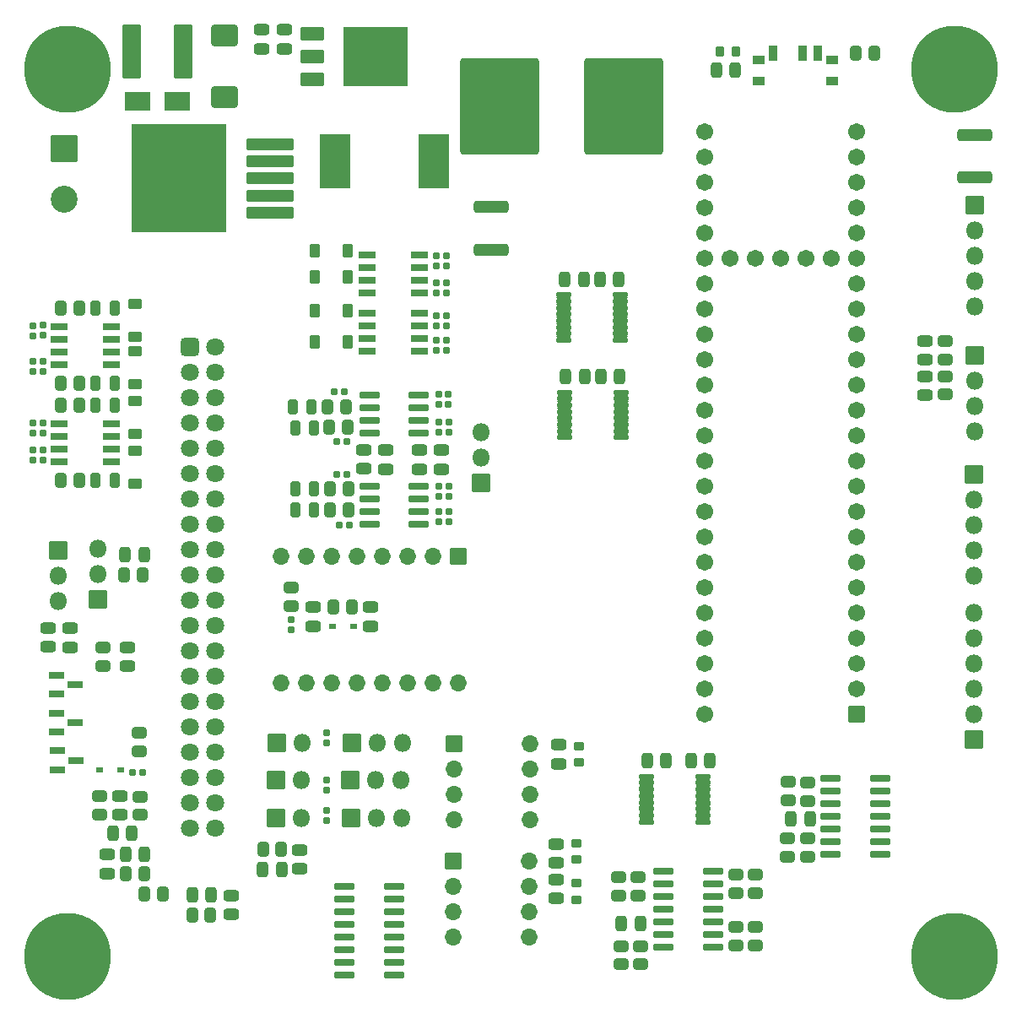
<source format=gts>
G04 #@! TF.GenerationSoftware,KiCad,Pcbnew,(6.0.10)*
G04 #@! TF.CreationDate,2023-01-06T16:52:41+01:00*
G04 #@! TF.ProjectId,perfectV2.1v0,70657266-6563-4745-9632-2e3176302e6b,5*
G04 #@! TF.SameCoordinates,Original*
G04 #@! TF.FileFunction,Soldermask,Top*
G04 #@! TF.FilePolarity,Negative*
%FSLAX46Y46*%
G04 Gerber Fmt 4.6, Leading zero omitted, Abs format (unit mm)*
G04 Created by KiCad (PCBNEW (6.0.10)) date 2023-01-06 16:52:41*
%MOMM*%
%LPD*%
G01*
G04 APERTURE LIST*
G04 Aperture macros list*
%AMRoundRect*
0 Rectangle with rounded corners*
0 $1 Rounding radius*
0 $2 $3 $4 $5 $6 $7 $8 $9 X,Y pos of 4 corners*
0 Add a 4 corners polygon primitive as box body*
4,1,4,$2,$3,$4,$5,$6,$7,$8,$9,$2,$3,0*
0 Add four circle primitives for the rounded corners*
1,1,$1+$1,$2,$3*
1,1,$1+$1,$4,$5*
1,1,$1+$1,$6,$7*
1,1,$1+$1,$8,$9*
0 Add four rect primitives between the rounded corners*
20,1,$1+$1,$2,$3,$4,$5,0*
20,1,$1+$1,$4,$5,$6,$7,0*
20,1,$1+$1,$6,$7,$8,$9,0*
20,1,$1+$1,$8,$9,$2,$3,0*%
G04 Aperture macros list end*
%ADD10O,1.702000X1.702000*%
%ADD11RoundRect,0.051000X-0.800000X0.800000X-0.800000X-0.800000X0.800000X-0.800000X0.800000X0.800000X0*%
%ADD12C,1.802000*%
%ADD13RoundRect,0.301000X-0.600000X-0.600000X0.600000X-0.600000X0.600000X0.600000X-0.600000X0.600000X0*%
%ADD14RoundRect,0.294750X0.243750X0.456250X-0.243750X0.456250X-0.243750X-0.456250X0.243750X-0.456250X0*%
%ADD15RoundRect,0.301000X-0.475000X0.250000X-0.475000X-0.250000X0.475000X-0.250000X0.475000X0.250000X0*%
%ADD16RoundRect,0.051000X-1.100000X-0.600000X1.100000X-0.600000X1.100000X0.600000X-1.100000X0.600000X0*%
%ADD17RoundRect,0.051000X-3.200000X-2.900000X3.200000X-2.900000X3.200000X2.900000X-3.200000X2.900000X0*%
%ADD18RoundRect,0.051000X0.850000X-0.850000X0.850000X0.850000X-0.850000X0.850000X-0.850000X-0.850000X0*%
%ADD19O,1.802000X1.802000*%
%ADD20RoundRect,0.051000X-0.450000X-0.600000X0.450000X-0.600000X0.450000X0.600000X-0.450000X0.600000X0*%
%ADD21RoundRect,0.186000X-0.185000X0.135000X-0.185000X-0.135000X0.185000X-0.135000X0.185000X0.135000X0*%
%ADD22RoundRect,0.051000X0.800000X-0.800000X0.800000X0.800000X-0.800000X0.800000X-0.800000X-0.800000X0*%
%ADD23C,1.702000*%
%ADD24RoundRect,0.201000X0.825000X0.150000X-0.825000X0.150000X-0.825000X-0.150000X0.825000X-0.150000X0*%
%ADD25RoundRect,0.301000X0.475000X-0.250000X0.475000X0.250000X-0.475000X0.250000X-0.475000X-0.250000X0*%
%ADD26RoundRect,0.301000X0.262500X0.450000X-0.262500X0.450000X-0.262500X-0.450000X0.262500X-0.450000X0*%
%ADD27RoundRect,0.051000X-1.300000X1.300000X-1.300000X-1.300000X1.300000X-1.300000X1.300000X1.300000X0*%
%ADD28C,2.702000*%
%ADD29RoundRect,0.294750X-0.243750X-0.456250X0.243750X-0.456250X0.243750X0.456250X-0.243750X0.456250X0*%
%ADD30RoundRect,0.151000X-0.637500X-0.100000X0.637500X-0.100000X0.637500X0.100000X-0.637500X0.100000X0*%
%ADD31RoundRect,0.051000X0.300000X0.225000X-0.300000X0.225000X-0.300000X-0.225000X0.300000X-0.225000X0*%
%ADD32RoundRect,0.186000X0.185000X-0.135000X0.185000X0.135000X-0.185000X0.135000X-0.185000X-0.135000X0*%
%ADD33RoundRect,0.051000X0.850000X0.850000X-0.850000X0.850000X-0.850000X-0.850000X0.850000X-0.850000X0*%
%ADD34RoundRect,0.251000X-0.275000X0.200000X-0.275000X-0.200000X0.275000X-0.200000X0.275000X0.200000X0*%
%ADD35RoundRect,0.301000X0.450000X-0.262500X0.450000X0.262500X-0.450000X0.262500X-0.450000X-0.262500X0*%
%ADD36RoundRect,0.201000X-0.825000X-0.150000X0.825000X-0.150000X0.825000X0.150000X-0.825000X0.150000X0*%
%ADD37RoundRect,0.301000X-0.650000X-2.450000X0.650000X-2.450000X0.650000X2.450000X-0.650000X2.450000X0*%
%ADD38RoundRect,0.301000X-0.450000X0.262500X-0.450000X-0.262500X0.450000X-0.262500X0.450000X0.262500X0*%
%ADD39RoundRect,0.201000X-0.675000X-0.150000X0.675000X-0.150000X0.675000X0.150000X-0.675000X0.150000X0*%
%ADD40RoundRect,0.301000X-0.250000X-0.475000X0.250000X-0.475000X0.250000X0.475000X-0.250000X0.475000X0*%
%ADD41RoundRect,0.251000X0.200000X0.275000X-0.200000X0.275000X-0.200000X-0.275000X0.200000X-0.275000X0*%
%ADD42RoundRect,0.051000X0.600000X-0.450000X0.600000X0.450000X-0.600000X0.450000X-0.600000X-0.450000X0*%
%ADD43RoundRect,0.186000X-0.135000X-0.185000X0.135000X-0.185000X0.135000X0.185000X-0.135000X0.185000X0*%
%ADD44RoundRect,0.051000X-0.800000X-0.800000X0.800000X-0.800000X0.800000X0.800000X-0.800000X0.800000X0*%
%ADD45C,8.702000*%
%ADD46RoundRect,0.051000X-1.450000X-2.700000X1.450000X-2.700000X1.450000X2.700000X-1.450000X2.700000X0*%
%ADD47RoundRect,0.301000X-0.262500X-0.450000X0.262500X-0.450000X0.262500X0.450000X-0.262500X0.450000X0*%
%ADD48RoundRect,0.186000X0.135000X0.185000X-0.135000X0.185000X-0.135000X-0.185000X0.135000X-0.185000X0*%
%ADD49RoundRect,0.301000X0.250000X0.475000X-0.250000X0.475000X-0.250000X-0.475000X0.250000X-0.475000X0*%
%ADD50RoundRect,0.301000X-1.450000X0.312500X-1.450000X-0.312500X1.450000X-0.312500X1.450000X0.312500X0*%
%ADD51RoundRect,0.301000X1.025000X-0.787500X1.025000X0.787500X-1.025000X0.787500X-1.025000X-0.787500X0*%
%ADD52RoundRect,0.051000X1.250000X0.900000X-1.250000X0.900000X-1.250000X-0.900000X1.250000X-0.900000X0*%
%ADD53RoundRect,0.051000X-0.600000X0.450000X-0.600000X-0.450000X0.600000X-0.450000X0.600000X0.450000X0*%
%ADD54RoundRect,0.300998X-3.650002X-4.550002X3.650002X-4.550002X3.650002X4.550002X-3.650002X4.550002X0*%
%ADD55RoundRect,0.051000X2.300000X0.550000X-2.300000X0.550000X-2.300000X-0.550000X2.300000X-0.550000X0*%
%ADD56RoundRect,0.051000X4.700000X5.400000X-4.700000X5.400000X-4.700000X-5.400000X4.700000X-5.400000X0*%
%ADD57C,0.103000*%
%ADD58RoundRect,0.051000X-0.350000X-0.750000X0.350000X-0.750000X0.350000X0.750000X-0.350000X0.750000X0*%
%ADD59RoundRect,0.051000X0.500000X-0.400000X0.500000X0.400000X-0.500000X0.400000X-0.500000X-0.400000X0*%
%ADD60RoundRect,0.201000X-0.587500X-0.150000X0.587500X-0.150000X0.587500X0.150000X-0.587500X0.150000X0*%
%ADD61RoundRect,0.051000X-0.850000X-0.850000X0.850000X-0.850000X0.850000X0.850000X-0.850000X0.850000X0*%
%ADD62RoundRect,0.201000X0.675000X0.150000X-0.675000X0.150000X-0.675000X-0.150000X0.675000X-0.150000X0*%
%ADD63RoundRect,0.251000X0.275000X-0.200000X0.275000X0.200000X-0.275000X0.200000X-0.275000X-0.200000X0*%
%ADD64RoundRect,0.301000X1.450000X-0.312500X1.450000X0.312500X-1.450000X0.312500X-1.450000X-0.312500X0*%
G04 APERTURE END LIST*
D10*
X92140000Y-143860000D03*
X89600000Y-143860000D03*
X87060000Y-143860000D03*
X84520000Y-143860000D03*
X81980000Y-143860000D03*
X79440000Y-143860000D03*
X76900000Y-143860000D03*
X74360000Y-143860000D03*
X74360000Y-131160000D03*
X76900000Y-131160000D03*
X79440000Y-131160000D03*
X81980000Y-131160000D03*
X84520000Y-131160000D03*
X87060000Y-131160000D03*
X89600000Y-131160000D03*
D11*
X92140000Y-131160000D03*
D12*
X67787500Y-158380000D03*
X65247500Y-158380000D03*
X67787500Y-155840000D03*
X65247500Y-155840000D03*
X67787500Y-153300000D03*
X65247500Y-153300000D03*
X67787500Y-150760000D03*
X65247500Y-150760000D03*
X67787500Y-148220000D03*
X65247500Y-148220000D03*
X67787500Y-145680000D03*
X65247500Y-145680000D03*
X67787500Y-143140000D03*
X65247500Y-143140000D03*
X67787500Y-140600000D03*
X65247500Y-140600000D03*
X67787500Y-138060000D03*
X65247500Y-138060000D03*
X67787500Y-135520000D03*
X65247500Y-135520000D03*
X67787500Y-132980000D03*
X65247500Y-132980000D03*
X67787500Y-130440000D03*
X65247500Y-130440000D03*
X67787500Y-127900000D03*
X65247500Y-127900000D03*
X67787500Y-125360000D03*
X65247500Y-125360000D03*
X67787500Y-122820000D03*
X65247500Y-122820000D03*
X67787500Y-120280000D03*
X65247500Y-120280000D03*
X67787500Y-117740000D03*
X65247500Y-117740000D03*
X67787500Y-115200000D03*
X65247500Y-115200000D03*
X67787500Y-112660000D03*
X65247500Y-112660000D03*
X67787500Y-110120000D03*
D13*
X65247500Y-110120000D03*
D14*
X57687500Y-123500000D03*
X55812500Y-123500000D03*
D15*
X76250000Y-160600000D03*
X76250000Y-162500000D03*
D16*
X77550000Y-78720000D03*
X77550000Y-81000000D03*
X77550000Y-83280000D03*
D17*
X83850000Y-81000000D03*
D18*
X81475000Y-149850000D03*
D19*
X84015000Y-149850000D03*
X86555000Y-149850000D03*
D20*
X77800000Y-109600000D03*
X81100000Y-109600000D03*
D21*
X90238750Y-126645000D03*
X90238750Y-127665000D03*
D22*
X132120000Y-146975000D03*
D23*
X132120000Y-144435000D03*
X132120000Y-141895000D03*
X132120000Y-139355000D03*
X132120000Y-136815000D03*
X132120000Y-134275000D03*
X132120000Y-131735000D03*
X132120000Y-129195000D03*
X132120000Y-126655000D03*
X132120000Y-124115000D03*
X132120000Y-121575000D03*
X132120000Y-119035000D03*
X132120000Y-116495000D03*
X132120000Y-113955000D03*
X132120000Y-111415000D03*
X132120000Y-108875000D03*
X132120000Y-106335000D03*
X132120000Y-103795000D03*
X132120000Y-101255000D03*
X132120000Y-98715000D03*
X132120000Y-96175000D03*
X132120000Y-93635000D03*
X132120000Y-91095000D03*
X132120000Y-88555000D03*
X116880000Y-88555000D03*
X116880000Y-91095000D03*
X116880000Y-93635000D03*
X116880000Y-96175000D03*
X116880000Y-98715000D03*
X116880000Y-101255000D03*
X116880000Y-103795000D03*
X116880000Y-106335000D03*
X116880000Y-108875000D03*
X116880000Y-111415000D03*
X116880000Y-113955000D03*
X116880000Y-116495000D03*
X116880000Y-119035000D03*
X116880000Y-121575000D03*
X116880000Y-124115000D03*
X116880000Y-126655000D03*
X116880000Y-129195000D03*
X116880000Y-131735000D03*
X116880000Y-134275000D03*
X116880000Y-136815000D03*
X116880000Y-139355000D03*
X116880000Y-141895000D03*
X116880000Y-144435000D03*
X116880000Y-146975000D03*
X129580000Y-101255000D03*
X127040000Y-101255000D03*
X124500000Y-101255000D03*
X121960000Y-101255000D03*
X119420000Y-101255000D03*
D24*
X88213750Y-118760000D03*
X88213750Y-117490000D03*
X88213750Y-116220000D03*
X88213750Y-114950000D03*
X83263750Y-114950000D03*
X83263750Y-116220000D03*
X83263750Y-117490000D03*
X83263750Y-118760000D03*
D25*
X51000000Y-140200000D03*
X51000000Y-138300000D03*
D18*
X73920000Y-153600000D03*
D19*
X76460000Y-153600000D03*
D26*
X54162500Y-123500000D03*
X52337500Y-123500000D03*
D27*
X52645000Y-90250000D03*
D28*
X52645000Y-95330000D03*
D29*
X75801250Y-118300000D03*
X77676250Y-118300000D03*
D30*
X108462500Y-104925000D03*
X108462500Y-105575000D03*
X108462500Y-106225000D03*
X108462500Y-106875000D03*
X108462500Y-107525000D03*
X108462500Y-108175000D03*
X108462500Y-108825000D03*
X108462500Y-109475000D03*
X102737500Y-109475000D03*
X102737500Y-108825000D03*
X102737500Y-108175000D03*
X102737500Y-107525000D03*
X102737500Y-106875000D03*
X102737500Y-106225000D03*
X102737500Y-105575000D03*
X102737500Y-104925000D03*
D31*
X81650000Y-138200000D03*
X79550000Y-138200000D03*
D25*
X102250000Y-151950000D03*
X102250000Y-150050000D03*
D14*
X57687500Y-106250000D03*
X55812500Y-106250000D03*
D32*
X49500000Y-118760000D03*
X49500000Y-117740000D03*
D33*
X143900000Y-149550000D03*
D19*
X143900000Y-147010000D03*
X143900000Y-144470000D03*
X143900000Y-141930000D03*
X143900000Y-139390000D03*
X143900000Y-136850000D03*
D34*
X104250000Y-150175000D03*
X104250000Y-151825000D03*
D26*
X80901250Y-116155000D03*
X79076250Y-116155000D03*
D35*
X110500000Y-172075000D03*
X110500000Y-170250000D03*
D36*
X117725000Y-162690000D03*
X117725000Y-163960000D03*
X117725000Y-165230000D03*
X117725000Y-166500000D03*
X117725000Y-167770000D03*
X117725000Y-169040000D03*
X117725000Y-170310000D03*
X112775000Y-170310000D03*
X112775000Y-169040000D03*
X112775000Y-167770000D03*
X112775000Y-166500000D03*
X112775000Y-165230000D03*
X112775000Y-163960000D03*
X112775000Y-162690000D03*
D32*
X90238750Y-125165000D03*
X90238750Y-124145000D03*
D26*
X79326250Y-126525000D03*
X81151250Y-126525000D03*
D37*
X64550000Y-80500000D03*
X59450000Y-80500000D03*
D38*
X120000000Y-163087500D03*
X120000000Y-164912500D03*
X127250000Y-153837500D03*
X127250000Y-155662500D03*
D35*
X60250000Y-157062500D03*
X60250000Y-155237500D03*
D39*
X52125000Y-108095000D03*
X52125000Y-109365000D03*
X52125000Y-110635000D03*
X52125000Y-111905000D03*
X57375000Y-111905000D03*
X57375000Y-110635000D03*
X57375000Y-109365000D03*
X57375000Y-108095000D03*
D40*
X58750000Y-131000000D03*
X60650000Y-131000000D03*
D15*
X83400000Y-136250000D03*
X83400000Y-138150000D03*
D41*
X120050000Y-80500000D03*
X118400000Y-80500000D03*
D40*
X72550000Y-162550000D03*
X74450000Y-162550000D03*
D18*
X73915000Y-157350000D03*
D19*
X76455000Y-157350000D03*
D42*
X59750000Y-109150000D03*
X59750000Y-105850000D03*
D32*
X49500000Y-109010000D03*
X49500000Y-107990000D03*
X91238750Y-118665000D03*
X91238750Y-117645000D03*
D21*
X90238750Y-117645000D03*
X90238750Y-118665000D03*
D32*
X91000000Y-102010000D03*
X91000000Y-100990000D03*
D38*
X122000000Y-168337500D03*
X122000000Y-170162500D03*
D43*
X79978750Y-119655000D03*
X80998750Y-119655000D03*
D36*
X80775000Y-164255000D03*
X80775000Y-165525000D03*
X80775000Y-166795000D03*
X80775000Y-168065000D03*
X80775000Y-169335000D03*
X80775000Y-170605000D03*
X80775000Y-171875000D03*
X80775000Y-173145000D03*
X85725000Y-173145000D03*
X85725000Y-171875000D03*
X85725000Y-170605000D03*
X85725000Y-169335000D03*
X85725000Y-168065000D03*
X85725000Y-166795000D03*
X85725000Y-165525000D03*
X85725000Y-164255000D03*
D26*
X54162500Y-116000000D03*
X52337500Y-116000000D03*
D32*
X91000000Y-108000000D03*
X91000000Y-106980000D03*
D44*
X91750000Y-149950000D03*
D10*
X91750000Y-152490000D03*
X91750000Y-155030000D03*
X91750000Y-157570000D03*
X99370000Y-157570000D03*
X99370000Y-155030000D03*
X99370000Y-152490000D03*
X99370000Y-149950000D03*
D32*
X91238750Y-125165000D03*
X91238750Y-124145000D03*
X90200000Y-115910000D03*
X90200000Y-114890000D03*
D14*
X57687500Y-113750000D03*
X55812500Y-113750000D03*
D32*
X78975000Y-149860000D03*
X78975000Y-148840000D03*
D29*
X75801250Y-124405000D03*
X77676250Y-124405000D03*
D26*
X74412500Y-160550000D03*
X72587500Y-160550000D03*
D32*
X91000000Y-104760000D03*
X91000000Y-103740000D03*
D33*
X56000000Y-135500000D03*
D19*
X56000000Y-132960000D03*
X56000000Y-130420000D03*
D32*
X91200000Y-115910000D03*
X91200000Y-114890000D03*
D45*
X53000000Y-171250000D03*
D46*
X89742500Y-91500000D03*
X79842500Y-91500000D03*
D47*
X132087500Y-80700000D03*
X133912500Y-80700000D03*
D48*
X60550000Y-152800000D03*
X59530000Y-152800000D03*
D21*
X50500000Y-111590000D03*
X50500000Y-112610000D03*
D25*
X82688750Y-122355000D03*
X82688750Y-120455000D03*
D42*
X59750000Y-118900000D03*
X59750000Y-115600000D03*
D20*
X77800000Y-103100000D03*
X81100000Y-103100000D03*
D26*
X81512500Y-136200000D03*
X79687500Y-136200000D03*
D44*
X91650000Y-161700000D03*
D10*
X91650000Y-164240000D03*
X91650000Y-166780000D03*
X91650000Y-169320000D03*
X99270000Y-169320000D03*
X99270000Y-166780000D03*
X99270000Y-164240000D03*
X99270000Y-161700000D03*
D49*
X127450000Y-157500000D03*
X125550000Y-157500000D03*
D21*
X49500000Y-111590000D03*
X49500000Y-112610000D03*
D31*
X58300000Y-152600000D03*
X56200000Y-152600000D03*
D50*
X144000000Y-88862500D03*
X144000000Y-93137500D03*
D35*
X120000000Y-170162500D03*
X120000000Y-168337500D03*
D21*
X50500000Y-117730000D03*
X50500000Y-118750000D03*
D40*
X111150000Y-151600000D03*
X113050000Y-151600000D03*
D24*
X83263750Y-127960000D03*
X83263750Y-126690000D03*
X83263750Y-125420000D03*
X83263750Y-124150000D03*
X88213750Y-124150000D03*
X88213750Y-125420000D03*
X88213750Y-126690000D03*
X88213750Y-127960000D03*
D18*
X81365000Y-153600000D03*
D19*
X83905000Y-153600000D03*
X86445000Y-153600000D03*
D51*
X68705000Y-78887500D03*
X68705000Y-85112500D03*
D21*
X50500000Y-107980000D03*
X50500000Y-109000000D03*
D29*
X75551250Y-116155000D03*
X77426250Y-116155000D03*
D52*
X64000000Y-85500000D03*
X60000000Y-85500000D03*
D35*
X56500000Y-142112500D03*
X56500000Y-140287500D03*
D49*
X59450000Y-158900000D03*
X57550000Y-158900000D03*
D47*
X58837500Y-163000000D03*
X60662500Y-163000000D03*
D45*
X142000000Y-82250000D03*
D35*
X108250000Y-165162500D03*
X108250000Y-163337500D03*
D38*
X125200000Y-159425000D03*
X125200000Y-161250000D03*
D25*
X84888750Y-122405000D03*
X84888750Y-120505000D03*
D21*
X90000000Y-109480000D03*
X90000000Y-110500000D03*
D53*
X59750000Y-120600000D03*
X59750000Y-123900000D03*
D43*
X79728750Y-114655000D03*
X80748750Y-114655000D03*
D32*
X90000000Y-102010000D03*
X90000000Y-100990000D03*
D38*
X110250000Y-163337500D03*
X110250000Y-165162500D03*
D15*
X88288750Y-120505000D03*
X88288750Y-122405000D03*
D25*
X69400000Y-165150000D03*
X69400000Y-167050000D03*
D26*
X54162500Y-113750000D03*
X52337500Y-113750000D03*
D35*
X122000000Y-164912500D03*
X122000000Y-163087500D03*
D15*
X77600000Y-136250000D03*
X77600000Y-138150000D03*
D26*
X79326250Y-124405000D03*
X81151250Y-124405000D03*
D25*
X74705000Y-80250000D03*
X74705000Y-78350000D03*
D15*
X102000000Y-165450000D03*
X102000000Y-163550000D03*
D54*
X96292500Y-86000000D03*
X108792500Y-86000000D03*
D15*
X58200000Y-155150000D03*
X58200000Y-157050000D03*
D32*
X91238750Y-127665000D03*
X91238750Y-126645000D03*
X75400000Y-138510000D03*
X75400000Y-137490000D03*
D49*
X117450000Y-151600000D03*
X115550000Y-151600000D03*
D35*
X60200000Y-150662500D03*
X60200000Y-148837500D03*
D49*
X119950000Y-82400000D03*
X118050000Y-82400000D03*
D20*
X77800000Y-106500000D03*
X81100000Y-106500000D03*
D38*
X141000000Y-113087500D03*
X141000000Y-114912500D03*
D40*
X102877500Y-103350000D03*
X104777500Y-103350000D03*
D25*
X57000000Y-162950000D03*
X57000000Y-161050000D03*
D55*
X73275000Y-96650000D03*
X73275000Y-94950000D03*
X73275000Y-93250000D03*
X73275000Y-91550000D03*
X73275000Y-89850000D03*
D56*
X64125000Y-93250000D03*
D57*
X127500000Y-82400000D03*
X124500000Y-82400000D03*
D58*
X123750000Y-80650000D03*
X126750000Y-80650000D03*
X128250000Y-80650000D03*
D59*
X122350000Y-81350000D03*
X122350000Y-83450000D03*
X129650000Y-83450000D03*
X129650000Y-81350000D03*
D38*
X108500000Y-170250000D03*
X108500000Y-172075000D03*
D34*
X104000000Y-159925000D03*
X104000000Y-161575000D03*
D60*
X51925000Y-150650000D03*
X51925000Y-152550000D03*
X53800000Y-151600000D03*
D40*
X65500000Y-165100000D03*
X67400000Y-165100000D03*
D61*
X144000000Y-95925000D03*
D19*
X144000000Y-98465000D03*
X144000000Y-101005000D03*
X144000000Y-103545000D03*
X144000000Y-106085000D03*
D49*
X60700000Y-161000000D03*
X58800000Y-161000000D03*
D18*
X73950000Y-149850000D03*
D19*
X76490000Y-149850000D03*
D35*
X127200000Y-161250000D03*
X127200000Y-159425000D03*
D29*
X75801250Y-126525000D03*
X77676250Y-126525000D03*
D15*
X139000000Y-109550000D03*
X139000000Y-111450000D03*
D26*
X67312500Y-167100000D03*
X65487500Y-167100000D03*
D62*
X88325000Y-104705000D03*
X88325000Y-103435000D03*
X88325000Y-102165000D03*
X88325000Y-100895000D03*
X83075000Y-100895000D03*
X83075000Y-102165000D03*
X83075000Y-103435000D03*
X83075000Y-104705000D03*
D14*
X57687500Y-116000000D03*
X55812500Y-116000000D03*
D62*
X88325000Y-110555000D03*
X88325000Y-109285000D03*
X88325000Y-108015000D03*
X88325000Y-106745000D03*
X83075000Y-106745000D03*
X83075000Y-108015000D03*
X83075000Y-109285000D03*
X83075000Y-110555000D03*
D47*
X58687500Y-133000000D03*
X60512500Y-133000000D03*
D21*
X78945000Y-153590000D03*
X78945000Y-154610000D03*
D61*
X144000000Y-110960000D03*
D19*
X144000000Y-113500000D03*
X144000000Y-116040000D03*
X144000000Y-118580000D03*
D21*
X50500000Y-120490000D03*
X50500000Y-121510000D03*
D32*
X90000000Y-108010000D03*
X90000000Y-106990000D03*
D25*
X72455000Y-80250000D03*
X72455000Y-78350000D03*
D43*
X80228750Y-128025000D03*
X81248750Y-128025000D03*
D21*
X49500000Y-121510000D03*
X49500000Y-120490000D03*
D25*
X102000000Y-161900000D03*
X102000000Y-160000000D03*
D45*
X53000000Y-82250000D03*
D20*
X77800000Y-100500000D03*
X81100000Y-100500000D03*
D15*
X90488750Y-120505000D03*
X90488750Y-122405000D03*
D63*
X104000000Y-165575000D03*
X104000000Y-163925000D03*
D30*
X102810000Y-114695000D03*
X102810000Y-115345000D03*
X102810000Y-115995000D03*
X102810000Y-116645000D03*
X102810000Y-117295000D03*
X102810000Y-117945000D03*
X102810000Y-118595000D03*
X102810000Y-119245000D03*
X108535000Y-119245000D03*
X108535000Y-118595000D03*
X108535000Y-117945000D03*
X108535000Y-117295000D03*
X108535000Y-116645000D03*
X108535000Y-115995000D03*
X108535000Y-115345000D03*
X108535000Y-114695000D03*
D36*
X129525000Y-153440000D03*
X129525000Y-154710000D03*
X129525000Y-155980000D03*
X129525000Y-157250000D03*
X129525000Y-158520000D03*
X129525000Y-159790000D03*
X129525000Y-161060000D03*
X134475000Y-161060000D03*
X134475000Y-159790000D03*
X134475000Y-158520000D03*
X134475000Y-157250000D03*
X134475000Y-155980000D03*
X134475000Y-154710000D03*
X134475000Y-153440000D03*
D61*
X52025000Y-130525000D03*
D19*
X52025000Y-133065000D03*
X52025000Y-135605000D03*
D26*
X54162500Y-106250000D03*
X52337500Y-106250000D03*
D18*
X81400000Y-157350000D03*
D19*
X83940000Y-157350000D03*
X86480000Y-157350000D03*
D47*
X60687500Y-165000000D03*
X62512500Y-165000000D03*
D25*
X139000000Y-115000000D03*
X139000000Y-113100000D03*
D30*
X111037500Y-153225000D03*
X111037500Y-153875000D03*
X111037500Y-154525000D03*
X111037500Y-155175000D03*
X111037500Y-155825000D03*
X111037500Y-156475000D03*
X111037500Y-157125000D03*
X111037500Y-157775000D03*
X116762500Y-157775000D03*
X116762500Y-157125000D03*
X116762500Y-156475000D03*
X116762500Y-155825000D03*
X116762500Y-155175000D03*
X116762500Y-154525000D03*
X116762500Y-153875000D03*
X116762500Y-153225000D03*
D38*
X56200000Y-155187500D03*
X56200000Y-157012500D03*
D25*
X53250000Y-140250000D03*
X53250000Y-138350000D03*
D49*
X108277500Y-103350000D03*
X106377500Y-103350000D03*
D45*
X142000000Y-171250000D03*
D35*
X125250000Y-155612500D03*
X125250000Y-153787500D03*
D33*
X94488750Y-123780000D03*
D19*
X94488750Y-121240000D03*
X94488750Y-118700000D03*
D21*
X78940000Y-156590000D03*
X78940000Y-157610000D03*
D32*
X91000000Y-110510000D03*
X91000000Y-109490000D03*
D38*
X141000000Y-109587500D03*
X141000000Y-111412500D03*
D53*
X59750000Y-110600000D03*
X59750000Y-113900000D03*
D49*
X108350000Y-113100000D03*
X106450000Y-113100000D03*
D64*
X95500000Y-100387500D03*
X95500000Y-96112500D03*
D60*
X51862500Y-143050000D03*
X51862500Y-144950000D03*
X53737500Y-144000000D03*
D39*
X52125000Y-117845000D03*
X52125000Y-119115000D03*
X52125000Y-120385000D03*
X52125000Y-121655000D03*
X57375000Y-121655000D03*
X57375000Y-120385000D03*
X57375000Y-119115000D03*
X57375000Y-117845000D03*
D35*
X75400000Y-136112500D03*
X75400000Y-134287500D03*
D60*
X51862500Y-146850000D03*
X51862500Y-148750000D03*
X53737500Y-147800000D03*
D43*
X79978750Y-122905000D03*
X80998750Y-122905000D03*
D15*
X59000000Y-140250000D03*
X59000000Y-142150000D03*
D61*
X143900000Y-122925000D03*
D19*
X143900000Y-125465000D03*
X143900000Y-128005000D03*
X143900000Y-130545000D03*
X143900000Y-133085000D03*
D49*
X110450000Y-168000000D03*
X108550000Y-168000000D03*
D21*
X90000000Y-103740000D03*
X90000000Y-104760000D03*
D40*
X102950000Y-113100000D03*
X104850000Y-113100000D03*
D26*
X81051250Y-118155000D03*
X79226250Y-118155000D03*
G36*
X111752587Y-157352477D02*
G01*
X111752126Y-157353891D01*
X111712803Y-157400944D01*
X111704170Y-157469660D01*
X111734133Y-157532289D01*
X111742803Y-157539800D01*
X111743457Y-157541690D01*
X111742147Y-157543202D01*
X111740382Y-157542975D01*
X111732006Y-157537379D01*
X111674801Y-157526000D01*
X110400199Y-157526000D01*
X110342994Y-157537379D01*
X110325520Y-157549055D01*
X110323524Y-157549186D01*
X110322413Y-157547523D01*
X110322874Y-157546109D01*
X110362197Y-157499056D01*
X110370830Y-157430340D01*
X110340867Y-157367711D01*
X110332197Y-157360200D01*
X110331543Y-157358310D01*
X110332853Y-157356798D01*
X110334618Y-157357025D01*
X110342994Y-157362621D01*
X110400199Y-157374000D01*
X111674801Y-157374000D01*
X111732006Y-157362621D01*
X111749480Y-157350945D01*
X111751476Y-157350814D01*
X111752587Y-157352477D01*
G37*
G36*
X117477587Y-157352477D02*
G01*
X117477126Y-157353891D01*
X117437803Y-157400944D01*
X117429170Y-157469660D01*
X117459133Y-157532289D01*
X117467803Y-157539800D01*
X117468457Y-157541690D01*
X117467147Y-157543202D01*
X117465382Y-157542975D01*
X117457006Y-157537379D01*
X117399801Y-157526000D01*
X116125199Y-157526000D01*
X116067994Y-157537379D01*
X116050520Y-157549055D01*
X116048524Y-157549186D01*
X116047413Y-157547523D01*
X116047874Y-157546109D01*
X116087197Y-157499056D01*
X116095830Y-157430340D01*
X116065867Y-157367711D01*
X116057197Y-157360200D01*
X116056543Y-157358310D01*
X116057853Y-157356798D01*
X116059618Y-157357025D01*
X116067994Y-157362621D01*
X116125199Y-157374000D01*
X117399801Y-157374000D01*
X117457006Y-157362621D01*
X117474480Y-157350945D01*
X117476476Y-157350814D01*
X117477587Y-157352477D01*
G37*
G36*
X111752587Y-156702477D02*
G01*
X111752126Y-156703891D01*
X111712803Y-156750944D01*
X111704170Y-156819660D01*
X111734133Y-156882289D01*
X111742803Y-156889800D01*
X111743457Y-156891690D01*
X111742147Y-156893202D01*
X111740382Y-156892975D01*
X111732006Y-156887379D01*
X111674801Y-156876000D01*
X110400199Y-156876000D01*
X110342994Y-156887379D01*
X110325520Y-156899055D01*
X110323524Y-156899186D01*
X110322413Y-156897523D01*
X110322874Y-156896109D01*
X110362197Y-156849056D01*
X110370830Y-156780340D01*
X110340867Y-156717711D01*
X110332197Y-156710200D01*
X110331543Y-156708310D01*
X110332853Y-156706798D01*
X110334618Y-156707025D01*
X110342994Y-156712621D01*
X110400199Y-156724000D01*
X111674801Y-156724000D01*
X111732006Y-156712621D01*
X111749480Y-156700945D01*
X111751476Y-156700814D01*
X111752587Y-156702477D01*
G37*
G36*
X117477587Y-156702477D02*
G01*
X117477126Y-156703891D01*
X117437803Y-156750944D01*
X117429170Y-156819660D01*
X117459133Y-156882289D01*
X117467803Y-156889800D01*
X117468457Y-156891690D01*
X117467147Y-156893202D01*
X117465382Y-156892975D01*
X117457006Y-156887379D01*
X117399801Y-156876000D01*
X116125199Y-156876000D01*
X116067994Y-156887379D01*
X116050520Y-156899055D01*
X116048524Y-156899186D01*
X116047413Y-156897523D01*
X116047874Y-156896109D01*
X116087197Y-156849056D01*
X116095830Y-156780340D01*
X116065867Y-156717711D01*
X116057197Y-156710200D01*
X116056543Y-156708310D01*
X116057853Y-156706798D01*
X116059618Y-156707025D01*
X116067994Y-156712621D01*
X116125199Y-156724000D01*
X117399801Y-156724000D01*
X117457006Y-156712621D01*
X117474480Y-156700945D01*
X117476476Y-156700814D01*
X117477587Y-156702477D01*
G37*
G36*
X117477587Y-156052477D02*
G01*
X117477126Y-156053891D01*
X117437803Y-156100944D01*
X117429170Y-156169660D01*
X117459133Y-156232289D01*
X117467803Y-156239800D01*
X117468457Y-156241690D01*
X117467147Y-156243202D01*
X117465382Y-156242975D01*
X117457006Y-156237379D01*
X117399801Y-156226000D01*
X116125199Y-156226000D01*
X116067994Y-156237379D01*
X116050520Y-156249055D01*
X116048524Y-156249186D01*
X116047413Y-156247523D01*
X116047874Y-156246109D01*
X116087197Y-156199056D01*
X116095830Y-156130340D01*
X116065867Y-156067711D01*
X116057197Y-156060200D01*
X116056543Y-156058310D01*
X116057853Y-156056798D01*
X116059618Y-156057025D01*
X116067994Y-156062621D01*
X116125199Y-156074000D01*
X117399801Y-156074000D01*
X117457006Y-156062621D01*
X117474480Y-156050945D01*
X117476476Y-156050814D01*
X117477587Y-156052477D01*
G37*
G36*
X111752587Y-156052477D02*
G01*
X111752126Y-156053891D01*
X111712803Y-156100944D01*
X111704170Y-156169660D01*
X111734133Y-156232289D01*
X111742803Y-156239800D01*
X111743457Y-156241690D01*
X111742147Y-156243202D01*
X111740382Y-156242975D01*
X111732006Y-156237379D01*
X111674801Y-156226000D01*
X110400199Y-156226000D01*
X110342994Y-156237379D01*
X110325520Y-156249055D01*
X110323524Y-156249186D01*
X110322413Y-156247523D01*
X110322874Y-156246109D01*
X110362197Y-156199056D01*
X110370830Y-156130340D01*
X110340867Y-156067711D01*
X110332197Y-156060200D01*
X110331543Y-156058310D01*
X110332853Y-156056798D01*
X110334618Y-156057025D01*
X110342994Y-156062621D01*
X110400199Y-156074000D01*
X111674801Y-156074000D01*
X111732006Y-156062621D01*
X111749480Y-156050945D01*
X111751476Y-156050814D01*
X111752587Y-156052477D01*
G37*
G36*
X111752587Y-155402477D02*
G01*
X111752126Y-155403891D01*
X111712803Y-155450944D01*
X111704170Y-155519660D01*
X111734133Y-155582289D01*
X111742803Y-155589800D01*
X111743457Y-155591690D01*
X111742147Y-155593202D01*
X111740382Y-155592975D01*
X111732006Y-155587379D01*
X111674801Y-155576000D01*
X110400199Y-155576000D01*
X110342994Y-155587379D01*
X110325520Y-155599055D01*
X110323524Y-155599186D01*
X110322413Y-155597523D01*
X110322874Y-155596109D01*
X110362197Y-155549056D01*
X110370830Y-155480340D01*
X110340867Y-155417711D01*
X110332197Y-155410200D01*
X110331543Y-155408310D01*
X110332853Y-155406798D01*
X110334618Y-155407025D01*
X110342994Y-155412621D01*
X110400199Y-155424000D01*
X111674801Y-155424000D01*
X111732006Y-155412621D01*
X111749480Y-155400945D01*
X111751476Y-155400814D01*
X111752587Y-155402477D01*
G37*
G36*
X117477587Y-155402477D02*
G01*
X117477126Y-155403891D01*
X117437803Y-155450944D01*
X117429170Y-155519660D01*
X117459133Y-155582289D01*
X117467803Y-155589800D01*
X117468457Y-155591690D01*
X117467147Y-155593202D01*
X117465382Y-155592975D01*
X117457006Y-155587379D01*
X117399801Y-155576000D01*
X116125199Y-155576000D01*
X116067994Y-155587379D01*
X116050520Y-155599055D01*
X116048524Y-155599186D01*
X116047413Y-155597523D01*
X116047874Y-155596109D01*
X116087197Y-155549056D01*
X116095830Y-155480340D01*
X116065867Y-155417711D01*
X116057197Y-155410200D01*
X116056543Y-155408310D01*
X116057853Y-155406798D01*
X116059618Y-155407025D01*
X116067994Y-155412621D01*
X116125199Y-155424000D01*
X117399801Y-155424000D01*
X117457006Y-155412621D01*
X117474480Y-155400945D01*
X117476476Y-155400814D01*
X117477587Y-155402477D01*
G37*
G36*
X111752587Y-154752477D02*
G01*
X111752126Y-154753891D01*
X111712803Y-154800944D01*
X111704170Y-154869660D01*
X111734133Y-154932289D01*
X111742803Y-154939800D01*
X111743457Y-154941690D01*
X111742147Y-154943202D01*
X111740382Y-154942975D01*
X111732006Y-154937379D01*
X111674801Y-154926000D01*
X110400199Y-154926000D01*
X110342994Y-154937379D01*
X110325520Y-154949055D01*
X110323524Y-154949186D01*
X110322413Y-154947523D01*
X110322874Y-154946109D01*
X110362197Y-154899056D01*
X110370830Y-154830340D01*
X110340867Y-154767711D01*
X110332197Y-154760200D01*
X110331543Y-154758310D01*
X110332853Y-154756798D01*
X110334618Y-154757025D01*
X110342994Y-154762621D01*
X110400199Y-154774000D01*
X111674801Y-154774000D01*
X111732006Y-154762621D01*
X111749480Y-154750945D01*
X111751476Y-154750814D01*
X111752587Y-154752477D01*
G37*
G36*
X117477587Y-154752477D02*
G01*
X117477126Y-154753891D01*
X117437803Y-154800944D01*
X117429170Y-154869660D01*
X117459133Y-154932289D01*
X117467803Y-154939800D01*
X117468457Y-154941690D01*
X117467147Y-154943202D01*
X117465382Y-154942975D01*
X117457006Y-154937379D01*
X117399801Y-154926000D01*
X116125199Y-154926000D01*
X116067994Y-154937379D01*
X116050520Y-154949055D01*
X116048524Y-154949186D01*
X116047413Y-154947523D01*
X116047874Y-154946109D01*
X116087197Y-154899056D01*
X116095830Y-154830340D01*
X116065867Y-154767711D01*
X116057197Y-154760200D01*
X116056543Y-154758310D01*
X116057853Y-154756798D01*
X116059618Y-154757025D01*
X116067994Y-154762621D01*
X116125199Y-154774000D01*
X117399801Y-154774000D01*
X117457006Y-154762621D01*
X117474480Y-154750945D01*
X117476476Y-154750814D01*
X117477587Y-154752477D01*
G37*
G36*
X111752587Y-154102477D02*
G01*
X111752126Y-154103891D01*
X111712803Y-154150944D01*
X111704170Y-154219660D01*
X111734133Y-154282289D01*
X111742803Y-154289800D01*
X111743457Y-154291690D01*
X111742147Y-154293202D01*
X111740382Y-154292975D01*
X111732006Y-154287379D01*
X111674801Y-154276000D01*
X110400199Y-154276000D01*
X110342994Y-154287379D01*
X110325520Y-154299055D01*
X110323524Y-154299186D01*
X110322413Y-154297523D01*
X110322874Y-154296109D01*
X110362197Y-154249056D01*
X110370830Y-154180340D01*
X110340867Y-154117711D01*
X110332197Y-154110200D01*
X110331543Y-154108310D01*
X110332853Y-154106798D01*
X110334618Y-154107025D01*
X110342994Y-154112621D01*
X110400199Y-154124000D01*
X111674801Y-154124000D01*
X111732006Y-154112621D01*
X111749480Y-154100945D01*
X111751476Y-154100814D01*
X111752587Y-154102477D01*
G37*
G36*
X117477587Y-154102477D02*
G01*
X117477126Y-154103891D01*
X117437803Y-154150944D01*
X117429170Y-154219660D01*
X117459133Y-154282289D01*
X117467803Y-154289800D01*
X117468457Y-154291690D01*
X117467147Y-154293202D01*
X117465382Y-154292975D01*
X117457006Y-154287379D01*
X117399801Y-154276000D01*
X116125199Y-154276000D01*
X116067994Y-154287379D01*
X116050520Y-154299055D01*
X116048524Y-154299186D01*
X116047413Y-154297523D01*
X116047874Y-154296109D01*
X116087197Y-154249056D01*
X116095830Y-154180340D01*
X116065867Y-154117711D01*
X116057197Y-154110200D01*
X116056543Y-154108310D01*
X116057853Y-154106798D01*
X116059618Y-154107025D01*
X116067994Y-154112621D01*
X116125199Y-154124000D01*
X117399801Y-154124000D01*
X117457006Y-154112621D01*
X117474480Y-154100945D01*
X117476476Y-154100814D01*
X117477587Y-154102477D01*
G37*
G36*
X111752587Y-153452477D02*
G01*
X111752126Y-153453891D01*
X111712803Y-153500944D01*
X111704170Y-153569660D01*
X111734133Y-153632289D01*
X111742803Y-153639800D01*
X111743457Y-153641690D01*
X111742147Y-153643202D01*
X111740382Y-153642975D01*
X111732006Y-153637379D01*
X111674801Y-153626000D01*
X110400199Y-153626000D01*
X110342994Y-153637379D01*
X110325520Y-153649055D01*
X110323524Y-153649186D01*
X110322413Y-153647523D01*
X110322874Y-153646109D01*
X110362197Y-153599056D01*
X110370830Y-153530340D01*
X110340867Y-153467711D01*
X110332197Y-153460200D01*
X110331543Y-153458310D01*
X110332853Y-153456798D01*
X110334618Y-153457025D01*
X110342994Y-153462621D01*
X110400199Y-153474000D01*
X111674801Y-153474000D01*
X111732006Y-153462621D01*
X111749480Y-153450945D01*
X111751476Y-153450814D01*
X111752587Y-153452477D01*
G37*
G36*
X117477587Y-153452477D02*
G01*
X117477126Y-153453891D01*
X117437803Y-153500944D01*
X117429170Y-153569660D01*
X117459133Y-153632289D01*
X117467803Y-153639800D01*
X117468457Y-153641690D01*
X117467147Y-153643202D01*
X117465382Y-153642975D01*
X117457006Y-153637379D01*
X117399801Y-153626000D01*
X116125199Y-153626000D01*
X116067994Y-153637379D01*
X116050520Y-153649055D01*
X116048524Y-153649186D01*
X116047413Y-153647523D01*
X116047874Y-153646109D01*
X116087197Y-153599056D01*
X116095830Y-153530340D01*
X116065867Y-153467711D01*
X116057197Y-153460200D01*
X116056543Y-153458310D01*
X116057853Y-153456798D01*
X116059618Y-153457025D01*
X116067994Y-153462621D01*
X116125199Y-153474000D01*
X117399801Y-153474000D01*
X117457006Y-153462621D01*
X117474480Y-153450945D01*
X117476476Y-153450814D01*
X117477587Y-153452477D01*
G37*
G36*
X109250087Y-118822477D02*
G01*
X109249626Y-118823891D01*
X109210303Y-118870944D01*
X109201670Y-118939660D01*
X109231633Y-119002289D01*
X109240303Y-119009800D01*
X109240957Y-119011690D01*
X109239647Y-119013202D01*
X109237882Y-119012975D01*
X109229506Y-119007379D01*
X109172301Y-118996000D01*
X107897699Y-118996000D01*
X107840494Y-119007379D01*
X107823020Y-119019055D01*
X107821024Y-119019186D01*
X107819913Y-119017523D01*
X107820374Y-119016109D01*
X107859697Y-118969056D01*
X107868330Y-118900340D01*
X107838367Y-118837711D01*
X107829697Y-118830200D01*
X107829043Y-118828310D01*
X107830353Y-118826798D01*
X107832118Y-118827025D01*
X107840494Y-118832621D01*
X107897699Y-118844000D01*
X109172301Y-118844000D01*
X109229506Y-118832621D01*
X109246980Y-118820945D01*
X109248976Y-118820814D01*
X109250087Y-118822477D01*
G37*
G36*
X103525087Y-118822477D02*
G01*
X103524626Y-118823891D01*
X103485303Y-118870944D01*
X103476670Y-118939660D01*
X103506633Y-119002289D01*
X103515303Y-119009800D01*
X103515957Y-119011690D01*
X103514647Y-119013202D01*
X103512882Y-119012975D01*
X103504506Y-119007379D01*
X103447301Y-118996000D01*
X102172699Y-118996000D01*
X102115494Y-119007379D01*
X102098020Y-119019055D01*
X102096024Y-119019186D01*
X102094913Y-119017523D01*
X102095374Y-119016109D01*
X102134697Y-118969056D01*
X102143330Y-118900340D01*
X102113367Y-118837711D01*
X102104697Y-118830200D01*
X102104043Y-118828310D01*
X102105353Y-118826798D01*
X102107118Y-118827025D01*
X102115494Y-118832621D01*
X102172699Y-118844000D01*
X103447301Y-118844000D01*
X103504506Y-118832621D01*
X103521980Y-118820945D01*
X103523976Y-118820814D01*
X103525087Y-118822477D01*
G37*
G36*
X103525087Y-118172477D02*
G01*
X103524626Y-118173891D01*
X103485303Y-118220944D01*
X103476670Y-118289660D01*
X103506633Y-118352289D01*
X103515303Y-118359800D01*
X103515957Y-118361690D01*
X103514647Y-118363202D01*
X103512882Y-118362975D01*
X103504506Y-118357379D01*
X103447301Y-118346000D01*
X102172699Y-118346000D01*
X102115494Y-118357379D01*
X102098020Y-118369055D01*
X102096024Y-118369186D01*
X102094913Y-118367523D01*
X102095374Y-118366109D01*
X102134697Y-118319056D01*
X102143330Y-118250340D01*
X102113367Y-118187711D01*
X102104697Y-118180200D01*
X102104043Y-118178310D01*
X102105353Y-118176798D01*
X102107118Y-118177025D01*
X102115494Y-118182621D01*
X102172699Y-118194000D01*
X103447301Y-118194000D01*
X103504506Y-118182621D01*
X103521980Y-118170945D01*
X103523976Y-118170814D01*
X103525087Y-118172477D01*
G37*
G36*
X109250087Y-118172477D02*
G01*
X109249626Y-118173891D01*
X109210303Y-118220944D01*
X109201670Y-118289660D01*
X109231633Y-118352289D01*
X109240303Y-118359800D01*
X109240957Y-118361690D01*
X109239647Y-118363202D01*
X109237882Y-118362975D01*
X109229506Y-118357379D01*
X109172301Y-118346000D01*
X107897699Y-118346000D01*
X107840494Y-118357379D01*
X107823020Y-118369055D01*
X107821024Y-118369186D01*
X107819913Y-118367523D01*
X107820374Y-118366109D01*
X107859697Y-118319056D01*
X107868330Y-118250340D01*
X107838367Y-118187711D01*
X107829697Y-118180200D01*
X107829043Y-118178310D01*
X107830353Y-118176798D01*
X107832118Y-118177025D01*
X107840494Y-118182621D01*
X107897699Y-118194000D01*
X109172301Y-118194000D01*
X109229506Y-118182621D01*
X109246980Y-118170945D01*
X109248976Y-118170814D01*
X109250087Y-118172477D01*
G37*
G36*
X109250087Y-117522477D02*
G01*
X109249626Y-117523891D01*
X109210303Y-117570944D01*
X109201670Y-117639660D01*
X109231633Y-117702289D01*
X109240303Y-117709800D01*
X109240957Y-117711690D01*
X109239647Y-117713202D01*
X109237882Y-117712975D01*
X109229506Y-117707379D01*
X109172301Y-117696000D01*
X107897699Y-117696000D01*
X107840494Y-117707379D01*
X107823020Y-117719055D01*
X107821024Y-117719186D01*
X107819913Y-117717523D01*
X107820374Y-117716109D01*
X107859697Y-117669056D01*
X107868330Y-117600340D01*
X107838367Y-117537711D01*
X107829697Y-117530200D01*
X107829043Y-117528310D01*
X107830353Y-117526798D01*
X107832118Y-117527025D01*
X107840494Y-117532621D01*
X107897699Y-117544000D01*
X109172301Y-117544000D01*
X109229506Y-117532621D01*
X109246980Y-117520945D01*
X109248976Y-117520814D01*
X109250087Y-117522477D01*
G37*
G36*
X103525087Y-117522477D02*
G01*
X103524626Y-117523891D01*
X103485303Y-117570944D01*
X103476670Y-117639660D01*
X103506633Y-117702289D01*
X103515303Y-117709800D01*
X103515957Y-117711690D01*
X103514647Y-117713202D01*
X103512882Y-117712975D01*
X103504506Y-117707379D01*
X103447301Y-117696000D01*
X102172699Y-117696000D01*
X102115494Y-117707379D01*
X102098020Y-117719055D01*
X102096024Y-117719186D01*
X102094913Y-117717523D01*
X102095374Y-117716109D01*
X102134697Y-117669056D01*
X102143330Y-117600340D01*
X102113367Y-117537711D01*
X102104697Y-117530200D01*
X102104043Y-117528310D01*
X102105353Y-117526798D01*
X102107118Y-117527025D01*
X102115494Y-117532621D01*
X102172699Y-117544000D01*
X103447301Y-117544000D01*
X103504506Y-117532621D01*
X103521980Y-117520945D01*
X103523976Y-117520814D01*
X103525087Y-117522477D01*
G37*
G36*
X109250087Y-116872477D02*
G01*
X109249626Y-116873891D01*
X109210303Y-116920944D01*
X109201670Y-116989660D01*
X109231633Y-117052289D01*
X109240303Y-117059800D01*
X109240957Y-117061690D01*
X109239647Y-117063202D01*
X109237882Y-117062975D01*
X109229506Y-117057379D01*
X109172301Y-117046000D01*
X107897699Y-117046000D01*
X107840494Y-117057379D01*
X107823020Y-117069055D01*
X107821024Y-117069186D01*
X107819913Y-117067523D01*
X107820374Y-117066109D01*
X107859697Y-117019056D01*
X107868330Y-116950340D01*
X107838367Y-116887711D01*
X107829697Y-116880200D01*
X107829043Y-116878310D01*
X107830353Y-116876798D01*
X107832118Y-116877025D01*
X107840494Y-116882621D01*
X107897699Y-116894000D01*
X109172301Y-116894000D01*
X109229506Y-116882621D01*
X109246980Y-116870945D01*
X109248976Y-116870814D01*
X109250087Y-116872477D01*
G37*
G36*
X103525087Y-116872477D02*
G01*
X103524626Y-116873891D01*
X103485303Y-116920944D01*
X103476670Y-116989660D01*
X103506633Y-117052289D01*
X103515303Y-117059800D01*
X103515957Y-117061690D01*
X103514647Y-117063202D01*
X103512882Y-117062975D01*
X103504506Y-117057379D01*
X103447301Y-117046000D01*
X102172699Y-117046000D01*
X102115494Y-117057379D01*
X102098020Y-117069055D01*
X102096024Y-117069186D01*
X102094913Y-117067523D01*
X102095374Y-117066109D01*
X102134697Y-117019056D01*
X102143330Y-116950340D01*
X102113367Y-116887711D01*
X102104697Y-116880200D01*
X102104043Y-116878310D01*
X102105353Y-116876798D01*
X102107118Y-116877025D01*
X102115494Y-116882621D01*
X102172699Y-116894000D01*
X103447301Y-116894000D01*
X103504506Y-116882621D01*
X103521980Y-116870945D01*
X103523976Y-116870814D01*
X103525087Y-116872477D01*
G37*
G36*
X103525087Y-116222477D02*
G01*
X103524626Y-116223891D01*
X103485303Y-116270944D01*
X103476670Y-116339660D01*
X103506633Y-116402289D01*
X103515303Y-116409800D01*
X103515957Y-116411690D01*
X103514647Y-116413202D01*
X103512882Y-116412975D01*
X103504506Y-116407379D01*
X103447301Y-116396000D01*
X102172699Y-116396000D01*
X102115494Y-116407379D01*
X102098020Y-116419055D01*
X102096024Y-116419186D01*
X102094913Y-116417523D01*
X102095374Y-116416109D01*
X102134697Y-116369056D01*
X102143330Y-116300340D01*
X102113367Y-116237711D01*
X102104697Y-116230200D01*
X102104043Y-116228310D01*
X102105353Y-116226798D01*
X102107118Y-116227025D01*
X102115494Y-116232621D01*
X102172699Y-116244000D01*
X103447301Y-116244000D01*
X103504506Y-116232621D01*
X103521980Y-116220945D01*
X103523976Y-116220814D01*
X103525087Y-116222477D01*
G37*
G36*
X109250087Y-116222477D02*
G01*
X109249626Y-116223891D01*
X109210303Y-116270944D01*
X109201670Y-116339660D01*
X109231633Y-116402289D01*
X109240303Y-116409800D01*
X109240957Y-116411690D01*
X109239647Y-116413202D01*
X109237882Y-116412975D01*
X109229506Y-116407379D01*
X109172301Y-116396000D01*
X107897699Y-116396000D01*
X107840494Y-116407379D01*
X107823020Y-116419055D01*
X107821024Y-116419186D01*
X107819913Y-116417523D01*
X107820374Y-116416109D01*
X107859697Y-116369056D01*
X107868330Y-116300340D01*
X107838367Y-116237711D01*
X107829697Y-116230200D01*
X107829043Y-116228310D01*
X107830353Y-116226798D01*
X107832118Y-116227025D01*
X107840494Y-116232621D01*
X107897699Y-116244000D01*
X109172301Y-116244000D01*
X109229506Y-116232621D01*
X109246980Y-116220945D01*
X109248976Y-116220814D01*
X109250087Y-116222477D01*
G37*
G36*
X109250087Y-115572477D02*
G01*
X109249626Y-115573891D01*
X109210303Y-115620944D01*
X109201670Y-115689660D01*
X109231633Y-115752289D01*
X109240303Y-115759800D01*
X109240957Y-115761690D01*
X109239647Y-115763202D01*
X109237882Y-115762975D01*
X109229506Y-115757379D01*
X109172301Y-115746000D01*
X107897699Y-115746000D01*
X107840494Y-115757379D01*
X107823020Y-115769055D01*
X107821024Y-115769186D01*
X107819913Y-115767523D01*
X107820374Y-115766109D01*
X107859697Y-115719056D01*
X107868330Y-115650340D01*
X107838367Y-115587711D01*
X107829697Y-115580200D01*
X107829043Y-115578310D01*
X107830353Y-115576798D01*
X107832118Y-115577025D01*
X107840494Y-115582621D01*
X107897699Y-115594000D01*
X109172301Y-115594000D01*
X109229506Y-115582621D01*
X109246980Y-115570945D01*
X109248976Y-115570814D01*
X109250087Y-115572477D01*
G37*
G36*
X103525087Y-115572477D02*
G01*
X103524626Y-115573891D01*
X103485303Y-115620944D01*
X103476670Y-115689660D01*
X103506633Y-115752289D01*
X103515303Y-115759800D01*
X103515957Y-115761690D01*
X103514647Y-115763202D01*
X103512882Y-115762975D01*
X103504506Y-115757379D01*
X103447301Y-115746000D01*
X102172699Y-115746000D01*
X102115494Y-115757379D01*
X102098020Y-115769055D01*
X102096024Y-115769186D01*
X102094913Y-115767523D01*
X102095374Y-115766109D01*
X102134697Y-115719056D01*
X102143330Y-115650340D01*
X102113367Y-115587711D01*
X102104697Y-115580200D01*
X102104043Y-115578310D01*
X102105353Y-115576798D01*
X102107118Y-115577025D01*
X102115494Y-115582621D01*
X102172699Y-115594000D01*
X103447301Y-115594000D01*
X103504506Y-115582621D01*
X103521980Y-115570945D01*
X103523976Y-115570814D01*
X103525087Y-115572477D01*
G37*
G36*
X103525087Y-114922477D02*
G01*
X103524626Y-114923891D01*
X103485303Y-114970944D01*
X103476670Y-115039660D01*
X103506633Y-115102289D01*
X103515303Y-115109800D01*
X103515957Y-115111690D01*
X103514647Y-115113202D01*
X103512882Y-115112975D01*
X103504506Y-115107379D01*
X103447301Y-115096000D01*
X102172699Y-115096000D01*
X102115494Y-115107379D01*
X102098020Y-115119055D01*
X102096024Y-115119186D01*
X102094913Y-115117523D01*
X102095374Y-115116109D01*
X102134697Y-115069056D01*
X102143330Y-115000340D01*
X102113367Y-114937711D01*
X102104697Y-114930200D01*
X102104043Y-114928310D01*
X102105353Y-114926798D01*
X102107118Y-114927025D01*
X102115494Y-114932621D01*
X102172699Y-114944000D01*
X103447301Y-114944000D01*
X103504506Y-114932621D01*
X103521980Y-114920945D01*
X103523976Y-114920814D01*
X103525087Y-114922477D01*
G37*
G36*
X109250087Y-114922477D02*
G01*
X109249626Y-114923891D01*
X109210303Y-114970944D01*
X109201670Y-115039660D01*
X109231633Y-115102289D01*
X109240303Y-115109800D01*
X109240957Y-115111690D01*
X109239647Y-115113202D01*
X109237882Y-115112975D01*
X109229506Y-115107379D01*
X109172301Y-115096000D01*
X107897699Y-115096000D01*
X107840494Y-115107379D01*
X107823020Y-115119055D01*
X107821024Y-115119186D01*
X107819913Y-115117523D01*
X107820374Y-115116109D01*
X107859697Y-115069056D01*
X107868330Y-115000340D01*
X107838367Y-114937711D01*
X107829697Y-114930200D01*
X107829043Y-114928310D01*
X107830353Y-114926798D01*
X107832118Y-114927025D01*
X107840494Y-114932621D01*
X107897699Y-114944000D01*
X109172301Y-114944000D01*
X109229506Y-114932621D01*
X109246980Y-114920945D01*
X109248976Y-114920814D01*
X109250087Y-114922477D01*
G37*
G36*
X103452587Y-109052477D02*
G01*
X103452126Y-109053891D01*
X103412803Y-109100944D01*
X103404170Y-109169660D01*
X103434133Y-109232289D01*
X103442803Y-109239800D01*
X103443457Y-109241690D01*
X103442147Y-109243202D01*
X103440382Y-109242975D01*
X103432006Y-109237379D01*
X103374801Y-109226000D01*
X102100199Y-109226000D01*
X102042994Y-109237379D01*
X102025520Y-109249055D01*
X102023524Y-109249186D01*
X102022413Y-109247523D01*
X102022874Y-109246109D01*
X102062197Y-109199056D01*
X102070830Y-109130340D01*
X102040867Y-109067711D01*
X102032197Y-109060200D01*
X102031543Y-109058310D01*
X102032853Y-109056798D01*
X102034618Y-109057025D01*
X102042994Y-109062621D01*
X102100199Y-109074000D01*
X103374801Y-109074000D01*
X103432006Y-109062621D01*
X103449480Y-109050945D01*
X103451476Y-109050814D01*
X103452587Y-109052477D01*
G37*
G36*
X109177587Y-109052477D02*
G01*
X109177126Y-109053891D01*
X109137803Y-109100944D01*
X109129170Y-109169660D01*
X109159133Y-109232289D01*
X109167803Y-109239800D01*
X109168457Y-109241690D01*
X109167147Y-109243202D01*
X109165382Y-109242975D01*
X109157006Y-109237379D01*
X109099801Y-109226000D01*
X107825199Y-109226000D01*
X107767994Y-109237379D01*
X107750520Y-109249055D01*
X107748524Y-109249186D01*
X107747413Y-109247523D01*
X107747874Y-109246109D01*
X107787197Y-109199056D01*
X107795830Y-109130340D01*
X107765867Y-109067711D01*
X107757197Y-109060200D01*
X107756543Y-109058310D01*
X107757853Y-109056798D01*
X107759618Y-109057025D01*
X107767994Y-109062621D01*
X107825199Y-109074000D01*
X109099801Y-109074000D01*
X109157006Y-109062621D01*
X109174480Y-109050945D01*
X109176476Y-109050814D01*
X109177587Y-109052477D01*
G37*
G36*
X103452587Y-108402477D02*
G01*
X103452126Y-108403891D01*
X103412803Y-108450944D01*
X103404170Y-108519660D01*
X103434133Y-108582289D01*
X103442803Y-108589800D01*
X103443457Y-108591690D01*
X103442147Y-108593202D01*
X103440382Y-108592975D01*
X103432006Y-108587379D01*
X103374801Y-108576000D01*
X102100199Y-108576000D01*
X102042994Y-108587379D01*
X102025520Y-108599055D01*
X102023524Y-108599186D01*
X102022413Y-108597523D01*
X102022874Y-108596109D01*
X102062197Y-108549056D01*
X102070830Y-108480340D01*
X102040867Y-108417711D01*
X102032197Y-108410200D01*
X102031543Y-108408310D01*
X102032853Y-108406798D01*
X102034618Y-108407025D01*
X102042994Y-108412621D01*
X102100199Y-108424000D01*
X103374801Y-108424000D01*
X103432006Y-108412621D01*
X103449480Y-108400945D01*
X103451476Y-108400814D01*
X103452587Y-108402477D01*
G37*
G36*
X109177587Y-108402477D02*
G01*
X109177126Y-108403891D01*
X109137803Y-108450944D01*
X109129170Y-108519660D01*
X109159133Y-108582289D01*
X109167803Y-108589800D01*
X109168457Y-108591690D01*
X109167147Y-108593202D01*
X109165382Y-108592975D01*
X109157006Y-108587379D01*
X109099801Y-108576000D01*
X107825199Y-108576000D01*
X107767994Y-108587379D01*
X107750520Y-108599055D01*
X107748524Y-108599186D01*
X107747413Y-108597523D01*
X107747874Y-108596109D01*
X107787197Y-108549056D01*
X107795830Y-108480340D01*
X107765867Y-108417711D01*
X107757197Y-108410200D01*
X107756543Y-108408310D01*
X107757853Y-108406798D01*
X107759618Y-108407025D01*
X107767994Y-108412621D01*
X107825199Y-108424000D01*
X109099801Y-108424000D01*
X109157006Y-108412621D01*
X109174480Y-108400945D01*
X109176476Y-108400814D01*
X109177587Y-108402477D01*
G37*
G36*
X109177587Y-107752477D02*
G01*
X109177126Y-107753891D01*
X109137803Y-107800944D01*
X109129170Y-107869660D01*
X109159133Y-107932289D01*
X109167803Y-107939800D01*
X109168457Y-107941690D01*
X109167147Y-107943202D01*
X109165382Y-107942975D01*
X109157006Y-107937379D01*
X109099801Y-107926000D01*
X107825199Y-107926000D01*
X107767994Y-107937379D01*
X107750520Y-107949055D01*
X107748524Y-107949186D01*
X107747413Y-107947523D01*
X107747874Y-107946109D01*
X107787197Y-107899056D01*
X107795830Y-107830340D01*
X107765867Y-107767711D01*
X107757197Y-107760200D01*
X107756543Y-107758310D01*
X107757853Y-107756798D01*
X107759618Y-107757025D01*
X107767994Y-107762621D01*
X107825199Y-107774000D01*
X109099801Y-107774000D01*
X109157006Y-107762621D01*
X109174480Y-107750945D01*
X109176476Y-107750814D01*
X109177587Y-107752477D01*
G37*
G36*
X103452587Y-107752477D02*
G01*
X103452126Y-107753891D01*
X103412803Y-107800944D01*
X103404170Y-107869660D01*
X103434133Y-107932289D01*
X103442803Y-107939800D01*
X103443457Y-107941690D01*
X103442147Y-107943202D01*
X103440382Y-107942975D01*
X103432006Y-107937379D01*
X103374801Y-107926000D01*
X102100199Y-107926000D01*
X102042994Y-107937379D01*
X102025520Y-107949055D01*
X102023524Y-107949186D01*
X102022413Y-107947523D01*
X102022874Y-107946109D01*
X102062197Y-107899056D01*
X102070830Y-107830340D01*
X102040867Y-107767711D01*
X102032197Y-107760200D01*
X102031543Y-107758310D01*
X102032853Y-107756798D01*
X102034618Y-107757025D01*
X102042994Y-107762621D01*
X102100199Y-107774000D01*
X103374801Y-107774000D01*
X103432006Y-107762621D01*
X103449480Y-107750945D01*
X103451476Y-107750814D01*
X103452587Y-107752477D01*
G37*
G36*
X109177587Y-107102477D02*
G01*
X109177126Y-107103891D01*
X109137803Y-107150944D01*
X109129170Y-107219660D01*
X109159133Y-107282289D01*
X109167803Y-107289800D01*
X109168457Y-107291690D01*
X109167147Y-107293202D01*
X109165382Y-107292975D01*
X109157006Y-107287379D01*
X109099801Y-107276000D01*
X107825199Y-107276000D01*
X107767994Y-107287379D01*
X107750520Y-107299055D01*
X107748524Y-107299186D01*
X107747413Y-107297523D01*
X107747874Y-107296109D01*
X107787197Y-107249056D01*
X107795830Y-107180340D01*
X107765867Y-107117711D01*
X107757197Y-107110200D01*
X107756543Y-107108310D01*
X107757853Y-107106798D01*
X107759618Y-107107025D01*
X107767994Y-107112621D01*
X107825199Y-107124000D01*
X109099801Y-107124000D01*
X109157006Y-107112621D01*
X109174480Y-107100945D01*
X109176476Y-107100814D01*
X109177587Y-107102477D01*
G37*
G36*
X103452587Y-107102477D02*
G01*
X103452126Y-107103891D01*
X103412803Y-107150944D01*
X103404170Y-107219660D01*
X103434133Y-107282289D01*
X103442803Y-107289800D01*
X103443457Y-107291690D01*
X103442147Y-107293202D01*
X103440382Y-107292975D01*
X103432006Y-107287379D01*
X103374801Y-107276000D01*
X102100199Y-107276000D01*
X102042994Y-107287379D01*
X102025520Y-107299055D01*
X102023524Y-107299186D01*
X102022413Y-107297523D01*
X102022874Y-107296109D01*
X102062197Y-107249056D01*
X102070830Y-107180340D01*
X102040867Y-107117711D01*
X102032197Y-107110200D01*
X102031543Y-107108310D01*
X102032853Y-107106798D01*
X102034618Y-107107025D01*
X102042994Y-107112621D01*
X102100199Y-107124000D01*
X103374801Y-107124000D01*
X103432006Y-107112621D01*
X103449480Y-107100945D01*
X103451476Y-107100814D01*
X103452587Y-107102477D01*
G37*
G36*
X109177587Y-106452477D02*
G01*
X109177126Y-106453891D01*
X109137803Y-106500944D01*
X109129170Y-106569660D01*
X109159133Y-106632289D01*
X109167803Y-106639800D01*
X109168457Y-106641690D01*
X109167147Y-106643202D01*
X109165382Y-106642975D01*
X109157006Y-106637379D01*
X109099801Y-106626000D01*
X107825199Y-106626000D01*
X107767994Y-106637379D01*
X107750520Y-106649055D01*
X107748524Y-106649186D01*
X107747413Y-106647523D01*
X107747874Y-106646109D01*
X107787197Y-106599056D01*
X107795830Y-106530340D01*
X107765867Y-106467711D01*
X107757197Y-106460200D01*
X107756543Y-106458310D01*
X107757853Y-106456798D01*
X107759618Y-106457025D01*
X107767994Y-106462621D01*
X107825199Y-106474000D01*
X109099801Y-106474000D01*
X109157006Y-106462621D01*
X109174480Y-106450945D01*
X109176476Y-106450814D01*
X109177587Y-106452477D01*
G37*
G36*
X103452587Y-106452477D02*
G01*
X103452126Y-106453891D01*
X103412803Y-106500944D01*
X103404170Y-106569660D01*
X103434133Y-106632289D01*
X103442803Y-106639800D01*
X103443457Y-106641690D01*
X103442147Y-106643202D01*
X103440382Y-106642975D01*
X103432006Y-106637379D01*
X103374801Y-106626000D01*
X102100199Y-106626000D01*
X102042994Y-106637379D01*
X102025520Y-106649055D01*
X102023524Y-106649186D01*
X102022413Y-106647523D01*
X102022874Y-106646109D01*
X102062197Y-106599056D01*
X102070830Y-106530340D01*
X102040867Y-106467711D01*
X102032197Y-106460200D01*
X102031543Y-106458310D01*
X102032853Y-106456798D01*
X102034618Y-106457025D01*
X102042994Y-106462621D01*
X102100199Y-106474000D01*
X103374801Y-106474000D01*
X103432006Y-106462621D01*
X103449480Y-106450945D01*
X103451476Y-106450814D01*
X103452587Y-106452477D01*
G37*
G36*
X109177587Y-105802477D02*
G01*
X109177126Y-105803891D01*
X109137803Y-105850944D01*
X109129170Y-105919660D01*
X109159133Y-105982289D01*
X109167803Y-105989800D01*
X109168457Y-105991690D01*
X109167147Y-105993202D01*
X109165382Y-105992975D01*
X109157006Y-105987379D01*
X109099801Y-105976000D01*
X107825199Y-105976000D01*
X107767994Y-105987379D01*
X107750520Y-105999055D01*
X107748524Y-105999186D01*
X107747413Y-105997523D01*
X107747874Y-105996109D01*
X107787197Y-105949056D01*
X107795830Y-105880340D01*
X107765867Y-105817711D01*
X107757197Y-105810200D01*
X107756543Y-105808310D01*
X107757853Y-105806798D01*
X107759618Y-105807025D01*
X107767994Y-105812621D01*
X107825199Y-105824000D01*
X109099801Y-105824000D01*
X109157006Y-105812621D01*
X109174480Y-105800945D01*
X109176476Y-105800814D01*
X109177587Y-105802477D01*
G37*
G36*
X103452587Y-105802477D02*
G01*
X103452126Y-105803891D01*
X103412803Y-105850944D01*
X103404170Y-105919660D01*
X103434133Y-105982289D01*
X103442803Y-105989800D01*
X103443457Y-105991690D01*
X103442147Y-105993202D01*
X103440382Y-105992975D01*
X103432006Y-105987379D01*
X103374801Y-105976000D01*
X102100199Y-105976000D01*
X102042994Y-105987379D01*
X102025520Y-105999055D01*
X102023524Y-105999186D01*
X102022413Y-105997523D01*
X102022874Y-105996109D01*
X102062197Y-105949056D01*
X102070830Y-105880340D01*
X102040867Y-105817711D01*
X102032197Y-105810200D01*
X102031543Y-105808310D01*
X102032853Y-105806798D01*
X102034618Y-105807025D01*
X102042994Y-105812621D01*
X102100199Y-105824000D01*
X103374801Y-105824000D01*
X103432006Y-105812621D01*
X103449480Y-105800945D01*
X103451476Y-105800814D01*
X103452587Y-105802477D01*
G37*
G36*
X103452587Y-105152477D02*
G01*
X103452126Y-105153891D01*
X103412803Y-105200944D01*
X103404170Y-105269660D01*
X103434133Y-105332289D01*
X103442803Y-105339800D01*
X103443457Y-105341690D01*
X103442147Y-105343202D01*
X103440382Y-105342975D01*
X103432006Y-105337379D01*
X103374801Y-105326000D01*
X102100199Y-105326000D01*
X102042994Y-105337379D01*
X102025520Y-105349055D01*
X102023524Y-105349186D01*
X102022413Y-105347523D01*
X102022874Y-105346109D01*
X102062197Y-105299056D01*
X102070830Y-105230340D01*
X102040867Y-105167711D01*
X102032197Y-105160200D01*
X102031543Y-105158310D01*
X102032853Y-105156798D01*
X102034618Y-105157025D01*
X102042994Y-105162621D01*
X102100199Y-105174000D01*
X103374801Y-105174000D01*
X103432006Y-105162621D01*
X103449480Y-105150945D01*
X103451476Y-105150814D01*
X103452587Y-105152477D01*
G37*
G36*
X109177587Y-105152477D02*
G01*
X109177126Y-105153891D01*
X109137803Y-105200944D01*
X109129170Y-105269660D01*
X109159133Y-105332289D01*
X109167803Y-105339800D01*
X109168457Y-105341690D01*
X109167147Y-105343202D01*
X109165382Y-105342975D01*
X109157006Y-105337379D01*
X109099801Y-105326000D01*
X107825199Y-105326000D01*
X107767994Y-105337379D01*
X107750520Y-105349055D01*
X107748524Y-105349186D01*
X107747413Y-105347523D01*
X107747874Y-105346109D01*
X107787197Y-105299056D01*
X107795830Y-105230340D01*
X107765867Y-105167711D01*
X107757197Y-105160200D01*
X107756543Y-105158310D01*
X107757853Y-105156798D01*
X107759618Y-105157025D01*
X107767994Y-105162621D01*
X107825199Y-105174000D01*
X109099801Y-105174000D01*
X109157006Y-105162621D01*
X109174480Y-105150945D01*
X109176476Y-105150814D01*
X109177587Y-105152477D01*
G37*
M02*

</source>
